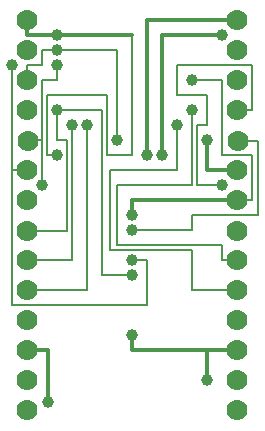
<source format=gbr>
G04 GERBER ASCII OUTPUT FROM: EDWIN 2000 (VER. 1.1 REV. 20011025)*
G04 GERBER FORMAT: RX-274-X*
G04 BOARD: 28_PIN_DIL_ADAPTER*
G04 ARTWORK OF SOLD.LAYER POSITIVE*
%ASAXBY*%
%FSLAX23Y23*%
%MIA0B0*%
%MOIN*%
%OFA0.0000B0.0000*%
%SFA1B1*%
%IJA0B0*%
%INLAYER29POS*%
%IOA0B0*%
%IPPOS*%
%IR0*%
G04 APERTURE MACROS*
%AMEDWDONUT*
1,1,$1,$2,$3*
1,0,$4,$2,$3*
%
%AMEDWFRECT*
2,1,$1,$2,$3,$4,$5,$6*
%
%AMEDWORECT*
2,1,$1,$2,$3,$4,$5,$10*
2,1,$1,$4,$5,$6,$7,$10*
2,1,$1,$6,$7,$8,$9,$10*
2,1,$1,$8,$9,$2,$3,$10*
1,1,$1,$2,$3*
1,1,$1,$4,$5*
1,1,$1,$6,$7*
1,1,$1,$8,$9*
%
%AMEDWLINER*
2,1,$1,$2,$3,$4,$5,$6*
1,1,$1,$2,$3*
1,1,$1,$4,$5*
%
%AMEDWFTRNG*
4,1,3,$1,$2,$3,$4,$5,$6,$7,$8,$9*
%
%AMEDWATRNG*
4,1,3,$1,$2,$3,$4,$5,$6,$7,$8,$9*
2,1,$11,$1,$2,$3,$4,$10*
2,1,$11,$3,$4,$5,$6,$10*
2,1,$11,$5,$6,$7,$8,$10*
1,1,$11,$3,$4*
1,1,$11,$5,$6*
1,1,$11,$7,$8*
%
%AMEDWOTRNG*
2,1,$1,$2,$3,$4,$5,$8*
2,1,$1,$4,$5,$6,$7,$8*
2,1,$1,$6,$7,$2,$3,$8*
1,1,$1,$2,$3*
1,1,$1,$4,$5*
1,1,$1,$6,$7*
%
G04*
G04 APERTURE LIST*
%ADD10R,0.0580X0.0500*%
%ADD11R,0.0820X0.0740*%
%ADD12R,0.0480X0.0400*%
%ADD13R,0.0720X0.0640*%
%ADD14R,0.0570X0.0670*%
%ADD15R,0.0810X0.0910*%
%ADD16R,0.0470X0.0570*%
%ADD17R,0.0710X0.0810*%
%ADD18R,0.0490X0.0670*%
%ADD19R,0.0730X0.0910*%
%ADD20R,0.0390X0.0570*%
%ADD21R,0.0630X0.0810*%
%ADD22R,0.0750X0.0250*%
%ADD23R,0.0990X0.0490*%
%ADD24R,0.0700X0.0200*%
%ADD25R,0.0940X0.0440*%
%ADD26R,0.0900X0.0350*%
%ADD27R,0.1140X0.0590*%
%ADD28R,0.0800X0.0250*%
%ADD29R,0.1040X0.0490*%
%ADD30R,0.0850X0.0250*%
%ADD31R,0.1090X0.0490*%
%ADD32R,0.0750X0.0150*%
%ADD33R,0.0990X0.0390*%
%ADD34C,0.0010*%
%ADD36C,0.0020*%
%ADD37R,0.0020X0.0020*%
%ADD38C,0.0030*%
%ADD39R,0.0030X0.0030*%
%ADD40C,0.0040*%
%ADD41R,0.0040X0.0040*%
%ADD42C,0.0050*%
%ADD43R,0.0050X0.0050*%
%ADD44C,0.00787*%
%ADD45R,0.00787X0.00787*%
%ADD46C,0.0080*%
%ADD48C,0.0090*%
%ADD49R,0.0090X0.0090*%
%ADD50C,0.00984*%
%ADD51R,0.00984X0.00984*%
%ADD52C,0.0120*%
%ADD54C,0.01299*%
%ADD56C,0.0130*%
%ADD58C,0.01969*%
%ADD59R,0.01969X0.01969*%
%ADD60C,0.0250*%
%ADD61R,0.0250X0.0250*%
%ADD62C,0.0290*%
%ADD64C,0.0320*%
%ADD66C,0.0350*%
%ADD67R,0.0350X0.0350*%
%ADD68C,0.0360*%
%ADD70C,0.03699*%
%ADD72C,0.0370*%
%ADD73R,0.0370X0.0370*%
%ADD74C,0.03937*%
%ADD75R,0.03937X0.03937*%
%ADD76C,0.0490*%
%ADD77R,0.0490X0.0490*%
%ADD78C,0.0500*%
%ADD79R,0.0500X0.0500*%
%ADD80C,0.0560*%
%ADD81R,0.0560X0.0560*%
%ADD82C,0.0590*%
%ADD83R,0.0590X0.0590*%
%ADD84C,0.05906*%
%ADD85R,0.05906X0.05906*%
%ADD86C,0.0600*%
%ADD87R,0.0600X0.0600*%
%ADD88C,0.0620*%
%ADD89R,0.0620X0.0620*%
%ADD90C,0.06693*%
%ADD91R,0.06693X0.06693*%
%ADD92C,0.06906*%
%ADD93R,0.06906X0.06906*%
%ADD94C,0.0700*%
%ADD95R,0.0700X0.0700*%
%ADD96C,0.0740*%
%ADD97R,0.0740X0.0740*%
%ADD98C,0.0800*%
%ADD99R,0.0800X0.0800*%
%ADD100C,0.0840*%
%ADD101R,0.0840X0.0840*%
%ADD102C,0.0860*%
%ADD104C,0.0900*%
%ADD105R,0.0900X0.0900*%
%ADD106C,0.0940*%
%ADD107R,0.0940X0.0940*%
%ADD108C,0.1040*%
%ADD109R,0.1040X0.1040*%
%ADD110C,0.1100*%
%ADD113R,0.1140X0.1140*%
%ADD114C,0.2140*%
%ADD115R,0.2140X0.2140*%
%ADD116C,0.3140*%
%ADD117R,0.3140X0.3140*%
%ADD118C,0.4140*%
%ADD119R,0.4140X0.4140*%
%ADD120C,0.5140*%
%ADD121R,0.5140X0.5140*%
%ADD122C,0.6140*%
%ADD123R,0.6140X0.6140*%
%ADD124C,0.7140*%
%ADD125R,0.7140X0.7140*%
%ADD126C,0.8140*%
%ADD127R,0.8140X0.8140*%
%ADD128C,0.9140*%
%ADD129R,0.9140X0.9140*%
%ADD130C,1.0140*%
%ADD131R,1.0140X1.0140*%
%ADD132C,1.1140*%
%ADD133R,1.1140X1.1140*%
%ADD134C,1.2140*%
%ADD135R,1.2140X1.2140*%
%ADD136C,1.3140*%
%ADD137R,1.3140X1.3140*%
%ADD138C,1.4140*%
%ADD139R,1.4140X1.4140*%
%ADD140C,1.5140*%
%ADD141R,1.5140X1.5140*%
%ADD142C,1.6140*%
%ADD143R,1.6140X1.6140*%
%ADD144C,1.7140*%
%ADD145R,1.7140X1.7140*%
%ADD146C,1.8140*%
%ADD147R,1.8140X1.8140*%
%ADD148C,1.9140*%
%ADD149R,1.9140X1.9140*%
G04*
D94* 
X84Y1371D02*D03*
X84Y1271D02*D03*
X84Y1171D02*D03*
X84Y1071D02*D03*
X86Y969D02*D03*
X84Y871D02*D03*
X84Y772D02*D03*
X84Y668D02*D03*
X84Y571D02*D03*
X84Y471D02*D03*
X84Y371D02*D03*
X84Y271D02*D03*
X84Y171D02*D03*
X84Y71D02*D03*
X784Y1371D02*D03*
X784Y1271D02*D03*
X784Y1171D02*D03*
X784Y1071D02*D03*
X786Y969D02*D03*
X784Y871D02*D03*
X784Y772D02*D03*
X784Y668D02*D03*
X784Y571D02*D03*
X784Y471D02*D03*
X784Y371D02*D03*
X784Y271D02*D03*
X784Y171D02*D03*
X784Y71D02*D03*
D74* 
X184Y1321D02*D03*
X184Y921D02*D03*
X184Y1271D02*D03*
X384Y971D02*D03*
X184Y1221D02*D03*
X134Y821D02*D03*
X434Y571D02*D03*
X34Y1221D02*D03*
X184Y1071D02*D03*
X434Y521D02*D03*
X234Y1021D02*D03*
X284Y1021D02*D03*
X684Y171D02*D03*
X434Y321D02*D03*
X584Y1021D02*D03*
X634Y1071D02*D03*
X534Y921D02*D03*
X734Y1321D02*D03*
X434Y721D02*D03*
X634Y1171D02*D03*
X684Y971D02*D03*
X434Y671D02*D03*
X734Y821D02*D03*
X484Y921D02*D03*
X154Y99D02*D03*
D54* 
X184Y1321D02*
X84Y1321D01*
X84Y1371D01*
X184Y1321D02*
X434Y1321D01*
D46* 
X434Y921D01*
X351Y921D01*
X351Y1121D01*
X151Y1121D01*
X151Y921D01*
X184Y921D01*
X184Y1271D02*
X134Y1271D01*
X134Y1221D01*
X84Y1221D01*
X84Y1171D01*
X184Y1271D02*
X384Y1271D01*
X384Y971D01*
X134Y971D02*
X86Y971D01*
X86Y969D01*
X134Y971D02*
X134Y1171D01*
X184Y1171D01*
X184Y1221D01*
X134Y971D02*
X134Y821D01*
X34Y871D02*
X84Y871D01*
X34Y871D02*
X34Y421D01*
X484Y421D01*
X484Y571D01*
X434Y571D01*
X34Y871D02*
X34Y1221D01*
X184Y1071D02*
X184Y971D01*
X217Y971D01*
X217Y668D01*
X84Y668D01*
X184Y1071D02*
X334Y1071D01*
X334Y521D01*
X434Y521D01*
X84Y571D02*
X234Y571D01*
X234Y1021D01*
X84Y471D02*
X284Y471D01*
X284Y1021D01*
D54* 
X684Y271D02*
X684Y171D01*
X684Y271D02*
X784Y271D01*
X684Y271D02*
X434Y271D01*
X434Y321D01*
D46* 
X784Y471D02*
X634Y471D01*
X634Y604D01*
X359Y604D01*
X359Y871D01*
X584Y871D01*
X584Y1021D01*
X784Y571D02*
X734Y571D01*
X734Y621D01*
X384Y621D01*
X384Y821D01*
X634Y821D01*
X634Y1071D01*
D54* 
X734Y1321D02*
X534Y1321D01*
X534Y921D01*
X784Y772D02*
X434Y772D01*
X434Y721D01*
D46* 
X784Y772D02*
X834Y772D01*
X834Y921D01*
X734Y921D01*
X734Y1171D01*
X634Y1171D01*
D54* 
X784Y871D02*
X684Y871D01*
X684Y971D01*
D46* 
X786Y969D02*
X853Y969D01*
X853Y721D01*
X634Y721D01*
X634Y671D01*
X434Y671D01*
X784Y1071D02*
X834Y1071D01*
X834Y1221D01*
X584Y1221D01*
X584Y1121D01*
X684Y1121D01*
X684Y1021D01*
X651Y1021D01*
X651Y821D01*
X734Y821D01*
D54* 
X784Y1371D02*
X484Y1371D01*
X484Y921D01*
X84Y271D02*
X154Y271D01*
X154Y99D01*
M02*

</source>
